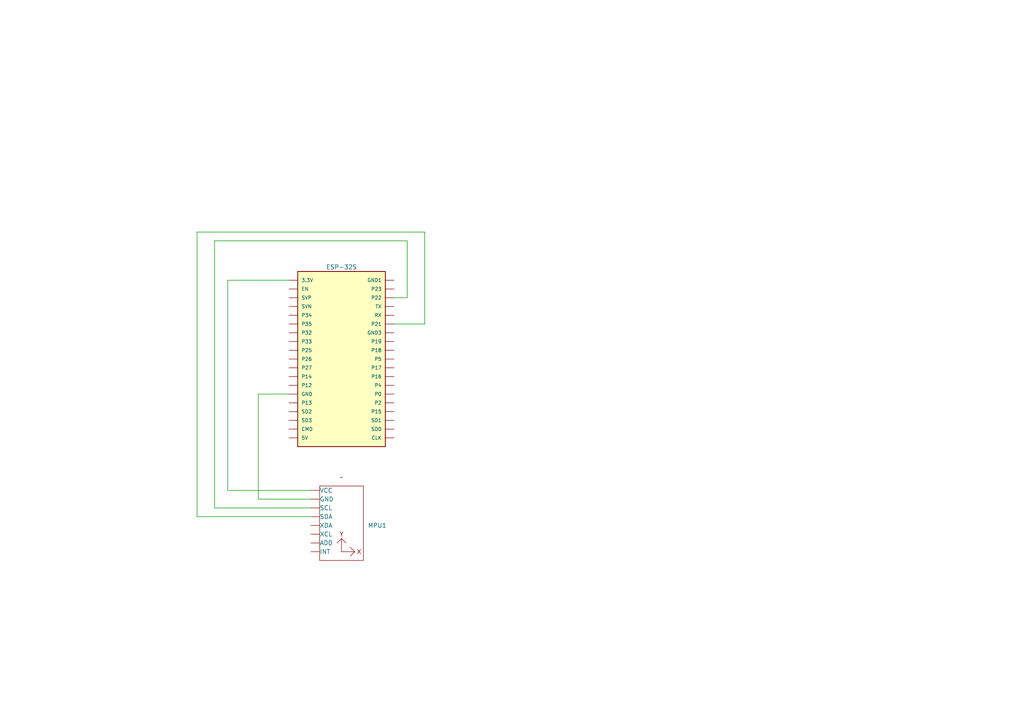
<source format=kicad_sch>
(kicad_sch (version 20230121) (generator eeschema)
  (paper "A4")
  (lib_symbols
    (symbol "ESP-32S:ESP-32S" (pin_numbers hide) (pin_names (offset 1.016))
      (property "Value" "ESP-32S" (at 0 26.67 0))
      (symbol "ESP-32S_0_0"
        (rectangle (start -12.7 -25.4) (end 12.7 25.4) (stroke (width 0.254)) (fill (type background)))
        (pin bidirectional line (at -15.24 22.86 0) (length 2.54) (name "3.3V") (number "1"))
        (pin bidirectional line (at -15.24 0 0) (length 2.54) (name "P26") (number "10"))
        (pin bidirectional line (at -15.24 -2.54 0) (length 2.54) (name "P27") (number "11"))
        (pin bidirectional line (at -15.24 -5.08 0) (length 2.54) (name "P14") (number "12"))
        (pin bidirectional line (at -15.24 -7.62 0) (length 2.54) (name "P12") (number "13"))
        (pin bidirectional line (at -15.24 -10.16 0) (length 2.54) (name "GND") (number "14"))
        (pin bidirectional line (at -15.24 -12.7 0) (length 2.54) (name "P13") (number "15"))
        (pin bidirectional line (at -15.24 -15.24 0) (length 2.54) (name "SD2") (number "16"))
        (pin bidirectional line (at -15.24 -17.78 0) (length 2.54) (name "SD3") (number "17"))
        (pin bidirectional line (at -15.24 -20.32 0) (length 2.54) (name "CMD") (number "18"))
        (pin bidirectional line (at -15.24 -22.86 0) (length 2.54) (name "5V") (number "19"))
        (pin bidirectional line (at -15.24 20.32 0) (length 2.54) (name "EN") (number "2"))
        (pin bidirectional line (at 15.24 -22.86 180) (length 2.54) (name "CLK") (number "20"))
        (pin bidirectional line (at 15.24 -20.32 180) (length 2.54) (name "SD0") (number "21"))
        (pin bidirectional line (at 15.24 -17.78 180) (length 2.54) (name "SD1") (number "22"))
        (pin bidirectional line (at 15.24 -15.24 180) (length 2.54) (name "P15") (number "23"))
        (pin bidirectional line (at 15.24 -12.7 180) (length 2.54) (name "P2") (number "24"))
        (pin bidirectional line (at 15.24 -10.16 180) (length 2.54) (name "P0") (number "25"))
        (pin bidirectional line (at 15.24 -7.62 180) (length 2.54) (name "P4") (number "26"))
        (pin bidirectional line (at 15.24 -5.08 180) (length 2.54) (name "P16") (number "27"))
        (pin bidirectional line (at 15.24 -2.54 180) (length 2.54) (name "P17") (number "28"))
        (pin bidirectional line (at 15.24 0 180) (length 2.54) (name "P5") (number "29"))
        (pin bidirectional line (at -15.24 17.78 0) (length 2.54) (name "SVP") (number "3"))
        (pin bidirectional line (at 15.24 2.54 180) (length 2.54) (name "P18") (number "30"))
        (pin bidirectional line (at 15.24 5.08 180) (length 2.54) (name "P19") (number "31"))
        (pin bidirectional line (at 15.24 7.62 180) (length 2.54) (name "GND3") (number "32"))
        (pin bidirectional line (at 15.24 10.16 180) (length 2.54) (name "P21") (number "33"))
        (pin bidirectional line (at 15.24 12.7 180) (length 2.54) (name "RX") (number "34"))
        (pin bidirectional line (at 15.24 15.24 180) (length 2.54) (name "TX") (number "35"))
        (pin bidirectional line (at 15.24 17.78 180) (length 2.54) (name "P22") (number "36"))
        (pin bidirectional line (at 15.24 20.32 180) (length 2.54) (name "P23") (number "37"))
        (pin bidirectional line (at 15.24 22.86 180) (length 2.54) (name "GND1") (number "38"))
        (pin bidirectional line (at -15.24 15.24 0) (length 2.54) (name "SVN") (number "4"))
        (pin bidirectional line (at -15.24 12.7 0) (length 2.54) (name "P34") (number "5"))
        (pin bidirectional line (at -15.24 10.16 0) (length 2.54) (name "P35") (number "6"))
        (pin bidirectional line (at -15.24 7.62 0) (length 2.54) (name "P32") (number "7"))
        (pin bidirectional line (at -15.24 5.08 0) (length 2.54) (name "P33") (number "8"))
        (pin bidirectional line (at -15.24 2.54 0) (length 2.54) (name "P25") (number "9"))
      )
    )
    (symbol "customlib:MPU-6050_Breakout_Board" (pin_numbers hide) (pin_names (offset 0.002)) (on_board no)
      (property "Reference" "MPU" (at 0 0 0))
      (symbol "MPU-6050_Breakout_Board_0_1"
        (rectangle (start -6.35 -2.54) (end 6.35 -24.13))
        (polyline (pts (xy 0 -21.59) (xy 0 -17.78)))
        (polyline (pts (xy 0 -21.59) (xy 3.81 -21.59)))
        (polyline (pts (xy 0 -17.78) (xy -1.27 -19.05)))
        (polyline (pts (xy 0 -17.78) (xy 1.27 -19.05)))
        (polyline (pts (xy 3.81 -21.59) (xy 2.54 -22.86)))
        (polyline (pts (xy 3.81 -21.59) (xy 2.54 -20.32)))
      )
      (symbol "MPU-6050_Breakout_Board_1_1"
        (text "X\n" (at 5.08 -21.59 0) (effects (font (size 1.27 1.27))))
        (text "Y" (at 0 -16.51 0) (effects (font (size 1.27 1.27))))
        (pin bidirectional line (at -8.89 -19.05 0) (length 2.54) (name "AD0") (number ""))
        (pin input line (at -8.89 -6.35 0) (length 2.54) (name "GND") (number ""))
        (pin bidirectional line (at -8.89 -21.59 0) (length 2.54) (name "INT") (number ""))
        (pin bidirectional line (at -8.89 -8.89 0) (length 2.54) (name "SCL") (number ""))
        (pin bidirectional line (at -8.89 -11.43 0) (length 2.54) (name "SDA") (number ""))
        (pin input line (at -8.89 -3.81 0) (length 2.54) (name "VCC") (number ""))
        (pin bidirectional line (at -8.89 -16.51 0) (length 2.54) (name "XCL") (number ""))
        (pin bidirectional line (at -8.89 -13.97 0) (length 2.54) (name "XDA") (number ""))
      )
    )
  )
  (wire (pts (xy 118.11 69.85) (xy 62.23 69.85)))
  (wire (pts (xy 57.15 67.31) (xy 123.19 67.31)))
  (wire (pts (xy 90.17 144.78) (xy 74.93 144.78)))
  (wire (pts (xy 62.23 69.85) (xy 62.23 147.32)))
  (wire (pts (xy 74.93 114.3) (xy 83.82 114.3)))
  (wire (pts (xy 90.17 149.86) (xy 57.15 149.86)))
  (wire (pts (xy 123.19 93.98) (xy 114.3 93.98)))
  (wire (pts (xy 118.11 86.36) (xy 118.11 69.85)))
  (wire (pts (xy 123.19 67.31) (xy 123.19 93.98)))
  (wire (pts (xy 74.93 144.78) (xy 74.93 114.3)))
  (wire (pts (xy 114.3 86.36) (xy 118.11 86.36)))
  (wire (pts (xy 57.15 149.86) (xy 57.15 67.31)))
  (wire (pts (xy 66.04 81.28) (xy 66.04 142.24)))
  (wire (pts (xy 83.82 81.28) (xy 66.04 81.28)))
  (wire (pts (xy 66.04 142.24) (xy 90.17 142.24)))
  (wire (pts (xy 62.23 147.32) (xy 90.17 147.32)))
  (symbol (lib_id "ESP-32S:ESP-32S") (at 99.06 104.14 0) (unit 1)
    (property "Reference" "U1" (effects hide))
    (property "Value" "ESP-32S" (at 99.06 77.47 0))
    (property "Footprint" "BOARD" (effects hide))
    (property "MAKER" "DarioBocc" (effects hide))
  )
  (symbol (lib_id "customlib:MPU-6050_Breakout_Board") (at 99.06 138.43 0) (unit 1) (on_board no)
    (property "Reference" "MPU1" (at 106.68 152.4 0) (effects (justify left)))
    (property "Value" "~" (at 99.06 138.43 0))
  )
)
</source>
